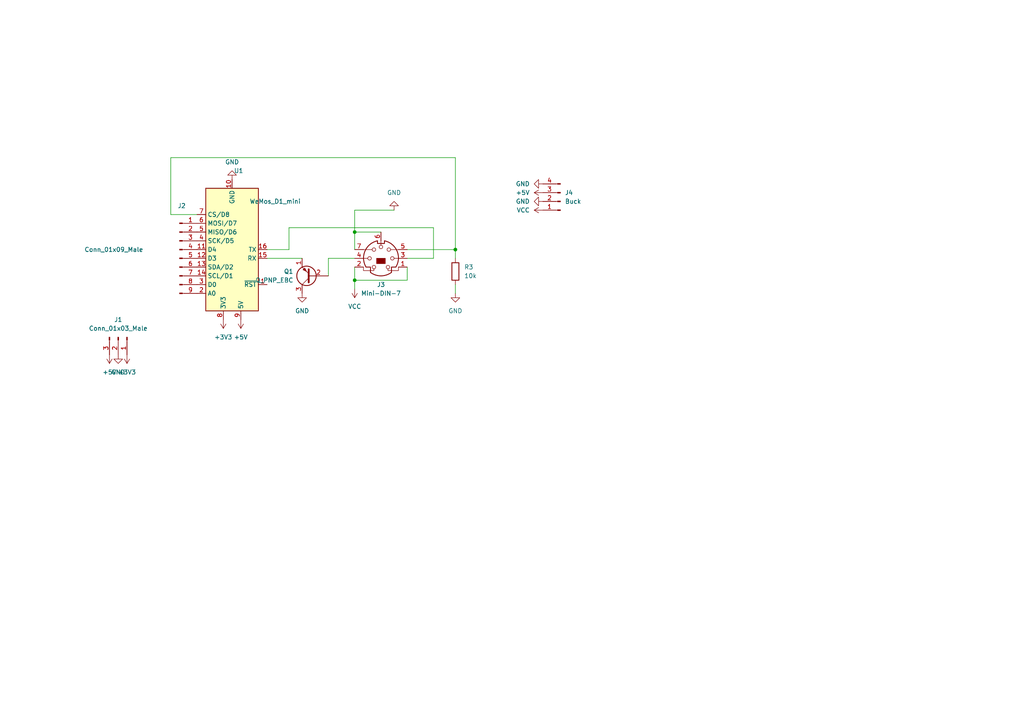
<source format=kicad_sch>
(kicad_sch (version 20211123) (generator eeschema)
  (paper "A4")
  (lib_symbols
    (symbol "Connector:Conn_01x03_Male" (pin_names (offset 1.016) hide)
      (property "Reference" "J" (at 0 5.08 0))
      (property "Value" "Conn_01x03_Male" (at 0 -5.08 0))
      (symbol "Conn_01x03_Male_1_1"
        (polyline (pts (xy 1.27 -2.54) (xy 0.8636 -2.54)) (stroke (width 0.1524)))
        (polyline (pts (xy 1.27 0) (xy 0.8636 0)) (stroke (width 0.1524)))
        (polyline (pts (xy 1.27 2.54) (xy 0.8636 2.54)) (stroke (width 0.1524)))
        (rectangle (start 0.8636 -2.413) (end 0 -2.667) (stroke (width 0.1524)) (fill (type outline)))
        (rectangle (start 0.8636 0.127) (end 0 -0.127) (stroke (width 0.1524)) (fill (type outline)))
        (rectangle (start 0.8636 2.667) (end 0 2.413) (stroke (width 0.1524)) (fill (type outline)))
        (pin passive line (at 5.08 2.54 180) (length 3.81) (name "Pin_1") (number "1"))
        (pin passive line (at 5.08 0 180) (length 3.81) (name "Pin_2") (number "2"))
        (pin passive line (at 5.08 -2.54 180) (length 3.81) (name "Pin_3") (number "3"))
      )
    )
    (symbol "Connector:Conn_01x04_Male" (pin_names (offset 1.016) hide)
      (property "Reference" "J" (at 0 5.08 0))
      (property "Value" "Conn_01x04_Male" (at 0 -7.62 0))
      (symbol "Conn_01x04_Male_1_1"
        (polyline (pts (xy 1.27 -5.08) (xy 0.8636 -5.08)) (stroke (width 0.1524)))
        (polyline (pts (xy 1.27 -2.54) (xy 0.8636 -2.54)) (stroke (width 0.1524)))
        (polyline (pts (xy 1.27 0) (xy 0.8636 0)) (stroke (width 0.1524)))
        (polyline (pts (xy 1.27 2.54) (xy 0.8636 2.54)) (stroke (width 0.1524)))
        (rectangle (start 0.8636 -4.953) (end 0 -5.207) (stroke (width 0.1524)) (fill (type outline)))
        (rectangle (start 0.8636 -2.413) (end 0 -2.667) (stroke (width 0.1524)) (fill (type outline)))
        (rectangle (start 0.8636 0.127) (end 0 -0.127) (stroke (width 0.1524)) (fill (type outline)))
        (rectangle (start 0.8636 2.667) (end 0 2.413) (stroke (width 0.1524)) (fill (type outline)))
        (pin passive line (at 5.08 2.54 180) (length 3.81) (name "Pin_1") (number "1"))
        (pin passive line (at 5.08 0 180) (length 3.81) (name "Pin_2") (number "2"))
        (pin passive line (at 5.08 -2.54 180) (length 3.81) (name "Pin_3") (number "3"))
        (pin passive line (at 5.08 -5.08 180) (length 3.81) (name "Pin_4") (number "4"))
      )
    )
    (symbol "Connector:Conn_01x09_Male" (pin_names (offset 1.016) hide)
      (property "Reference" "J" (at 0 12.7 0))
      (property "Value" "Conn_01x09_Male" (at 0 -12.7 0))
      (symbol "Conn_01x09_Male_1_1"
        (polyline (pts (xy 1.27 -10.16) (xy 0.8636 -10.16)) (stroke (width 0.1524)))
        (polyline (pts (xy 1.27 -7.62) (xy 0.8636 -7.62)) (stroke (width 0.1524)))
        (polyline (pts (xy 1.27 -5.08) (xy 0.8636 -5.08)) (stroke (width 0.1524)))
        (polyline (pts (xy 1.27 -2.54) (xy 0.8636 -2.54)) (stroke (width 0.1524)))
        (polyline (pts (xy 1.27 0) (xy 0.8636 0)) (stroke (width 0.1524)))
        (polyline (pts (xy 1.27 2.54) (xy 0.8636 2.54)) (stroke (width 0.1524)))
        (polyline (pts (xy 1.27 5.08) (xy 0.8636 5.08)) (stroke (width 0.1524)))
        (polyline (pts (xy 1.27 7.62) (xy 0.8636 7.62)) (stroke (width 0.1524)))
        (polyline (pts (xy 1.27 10.16) (xy 0.8636 10.16)) (stroke (width 0.1524)))
        (rectangle (start 0.8636 -10.033) (end 0 -10.287) (stroke (width 0.1524)) (fill (type outline)))
        (rectangle (start 0.8636 -7.493) (end 0 -7.747) (stroke (width 0.1524)) (fill (type outline)))
        (rectangle (start 0.8636 -4.953) (end 0 -5.207) (stroke (width 0.1524)) (fill (type outline)))
        (rectangle (start 0.8636 -2.413) (end 0 -2.667) (stroke (width 0.1524)) (fill (type outline)))
        (rectangle (start 0.8636 0.127) (end 0 -0.127) (stroke (width 0.1524)) (fill (type outline)))
        (rectangle (start 0.8636 2.667) (end 0 2.413) (stroke (width 0.1524)) (fill (type outline)))
        (rectangle (start 0.8636 5.207) (end 0 4.953) (stroke (width 0.1524)) (fill (type outline)))
        (rectangle (start 0.8636 7.747) (end 0 7.493) (stroke (width 0.1524)) (fill (type outline)))
        (rectangle (start 0.8636 10.287) (end 0 10.033) (stroke (width 0.1524)) (fill (type outline)))
        (pin passive line (at 5.08 10.16 180) (length 3.81) (name "Pin_1") (number "1"))
        (pin passive line (at 5.08 7.62 180) (length 3.81) (name "Pin_2") (number "2"))
        (pin passive line (at 5.08 5.08 180) (length 3.81) (name "Pin_3") (number "3"))
        (pin passive line (at 5.08 2.54 180) (length 3.81) (name "Pin_4") (number "4"))
        (pin passive line (at 5.08 0 180) (length 3.81) (name "Pin_5") (number "5"))
        (pin passive line (at 5.08 -2.54 180) (length 3.81) (name "Pin_6") (number "6"))
        (pin passive line (at 5.08 -5.08 180) (length 3.81) (name "Pin_7") (number "7"))
        (pin passive line (at 5.08 -7.62 180) (length 3.81) (name "Pin_8") (number "8"))
        (pin passive line (at 5.08 -10.16 180) (length 3.81) (name "Pin_9") (number "9"))
      )
    )
    (symbol "Connector:Mini-DIN-7" (pin_names (offset 1.016))
      (property "Reference" "J" (at 5.08 5.08 0))
      (property "Value" "Mini-DIN-7" (at 0 -6.35 0))
      (symbol "Mini-DIN-7_0_1"
        (circle (center -3.302 0) (radius 0.508))
        (arc (start -3.048 -4.064) (mid 0 -5.08) (end 3.048 -4.064) (stroke (width 0.254)))
        (circle (center -2.032 -2.54) (radius 0.508))
        (circle (center -2.032 2.54) (radius 0.508))
        (arc (start -1.016 5.08) (mid -4.6243 2.1182) (end -4.318 -2.54) (stroke (width 0.254)))
        (polyline (pts (xy -3.81 0) (xy -5.08 0)))
        (polyline (pts (xy -2.54 2.54) (xy -5.08 2.54)))
        (polyline (pts (xy 0 3.81) (xy 0 5.08)))
        (polyline (pts (xy 2.794 2.54) (xy 5.08 2.54)))
        (polyline (pts (xy 5.08 0) (xy 3.81 0)))
        (polyline (pts (xy -4.318 -2.54) (xy -3.048 -2.54) (xy -3.048 -4.064)) (stroke (width 0.254)))
        (polyline (pts (xy 4.318 -2.54) (xy 3.048 -2.54) (xy 3.048 -4.064)) (stroke (width 0.254)))
        (polyline (pts (xy -2.032 -3.048) (xy -2.032 -3.556) (xy -5.08 -3.556) (xy -5.08 -2.54)))
        (polyline (pts (xy -1.016 5.08) (xy -1.016 4.318) (xy 1.016 4.318) (xy 1.016 5.08)) (stroke (width 0.254)))
        (polyline (pts (xy 2.032 -3.048) (xy 2.032 -3.556) (xy 5.08 -3.556) (xy 5.08 -2.54)))
        (circle (center 0 3.302) (radius 0.508))
        (circle (center 2.032 -2.54) (radius 0.508))
        (circle (center 2.286 2.54) (radius 0.508))
        (circle (center 3.302 0) (radius 0.508))
        (arc (start 4.318 -2.54) (mid 4.6646 2.1357) (end 1.016 5.08) (stroke (width 0.254)))
      )
      (symbol "Mini-DIN-7_1_1"
        (rectangle (start -1.27 -1.524) (end 1.27 0) (fill (type outline)))
        (pin passive line (at 7.62 -2.54 180) (length 2.54) (name "~") (number "1"))
        (pin passive line (at -7.62 -2.54 0) (length 2.54) (name "~") (number "2"))
        (pin passive line (at 7.62 0 180) (length 2.54) (name "~") (number "3"))
        (pin passive line (at -7.62 0 0) (length 2.54) (name "~") (number "4"))
        (pin passive line (at 7.62 2.54 180) (length 2.54) (name "~") (number "5"))
        (pin passive line (at 0 7.62 270) (length 2.54) (name "~") (number "6"))
        (pin passive line (at -7.62 2.54 0) (length 2.54) (name "~") (number "7"))
      )
    )
    (symbol "Device:Q_PNP_EBC" (pin_names (offset 0) hide)
      (property "Reference" "Q" (at 5.08 1.27 0))
      (property "Value" "Q_PNP_EBC" (at 5.08 -1.27 0))
      (symbol "Q_PNP_EBC_0_1"
        (polyline (pts (xy 0.635 0.635) (xy 2.54 2.54)))
        (polyline (pts (xy 0.635 -0.635) (xy 2.54 -2.54) (xy 2.54 -2.54)))
        (polyline (pts (xy 0.635 1.905) (xy 0.635 -1.905) (xy 0.635 -1.905)) (stroke (width 0.508)))
        (polyline (pts (xy 2.286 -1.778) (xy 1.778 -2.286) (xy 1.27 -1.27) (xy 2.286 -1.778) (xy 2.286 -1.778)) (fill (type outline)))
        (circle (center 1.27 0) (radius 2.8194) (stroke (width 0.254)))
      )
      (symbol "Q_PNP_EBC_1_1"
        (pin passive line (at 2.54 -5.08 90) (length 2.54) (name "E") (number "1"))
        (pin input line (at -5.08 0 0) (length 5.715) (name "B") (number "2"))
        (pin passive line (at 2.54 5.08 270) (length 2.54) (name "C") (number "3"))
      )
    )
    (symbol "Device:R" (pin_numbers hide) (pin_names (offset 0))
      (property "Reference" "R" (at 2.032 0 90))
      (property "Value" "R" (at 0 0 90))
      (symbol "R_0_1"
        (rectangle (start -1.016 -2.54) (end 1.016 2.54) (stroke (width 0.254)))
      )
      (symbol "R_1_1"
        (pin passive line (at 0 3.81 270) (length 1.27) (name "~") (number "1"))
        (pin passive line (at 0 -3.81 90) (length 1.27) (name "~") (number "2"))
      )
    )
    (symbol "MCU_Module:WeMos_D1_mini"
      (property "Reference" "U" (at 3.81 19.05 0))
      (property "Value" "WeMos_D1_mini" (at 1.27 -19.05 0))
      (symbol "WeMos_D1_mini_1_1"
        (rectangle (start -7.62 17.78) (end 7.62 -17.78) (stroke (width 0.254)) (fill (type background)))
        (pin input line (at -10.16 10.16 0) (length 2.54) (name "~{RST}") (number "1"))
        (pin power_in line (at 0 -20.32 90) (length 2.54) (name "GND") (number "10"))
        (pin bidirectional line (at 10.16 0 180) (length 2.54) (name "D4") (number "11"))
        (pin bidirectional line (at 10.16 2.54 180) (length 2.54) (name "D3") (number "12"))
        (pin bidirectional line (at 10.16 5.08 180) (length 2.54) (name "SDA/D2") (number "13"))
        (pin bidirectional line (at 10.16 7.62 180) (length 2.54) (name "SCL/D1") (number "14"))
        (pin input line (at -10.16 2.54 0) (length 2.54) (name "RX") (number "15"))
        (pin output line (at -10.16 0 0) (length 2.54) (name "TX") (number "16"))
        (pin input line (at 10.16 12.7 180) (length 2.54) (name "A0") (number "2"))
        (pin bidirectional line (at 10.16 10.16 180) (length 2.54) (name "D0") (number "3"))
        (pin bidirectional line (at 10.16 -2.54 180) (length 2.54) (name "SCK/D5") (number "4"))
        (pin bidirectional line (at 10.16 -5.08 180) (length 2.54) (name "MISO/D6") (number "5"))
        (pin bidirectional line (at 10.16 -7.62 180) (length 2.54) (name "MOSI/D7") (number "6"))
        (pin bidirectional line (at 10.16 -10.16 180) (length 2.54) (name "CS/D8") (number "7"))
        (pin power_out line (at 2.54 20.32 270) (length 2.54) (name "3V3") (number "8"))
        (pin power_in line (at -2.54 20.32 270) (length 2.54) (name "5V") (number "9"))
      )
    )
    (symbol "power:+3.3V" (power) (pin_names (offset 0))
      (property "Value" "+3.3V" (at 0 3.556 0))
      (symbol "+3.3V_0_1"
        (polyline (pts (xy -0.762 1.27) (xy 0 2.54)))
        (polyline (pts (xy 0 0) (xy 0 2.54)))
        (polyline (pts (xy 0 2.54) (xy 0.762 1.27)))
      )
      (symbol "+3.3V_1_1"
        (pin power_in line (at 0 0 90) (length 0) hide (name "+3V3") (number "1"))
      )
    )
    (symbol "power:+5V" (power) (pin_names (offset 0))
      (property "Value" "+5V" (at 0 3.556 0))
      (symbol "+5V_0_1"
        (polyline (pts (xy -0.762 1.27) (xy 0 2.54)))
        (polyline (pts (xy 0 0) (xy 0 2.54)))
        (polyline (pts (xy 0 2.54) (xy 0.762 1.27)))
      )
      (symbol "+5V_1_1"
        (pin power_in line (at 0 0 90) (length 0) hide (name "+5V") (number "1"))
      )
    )
    (symbol "power:GND" (power) (pin_names (offset 0))
      (property "Value" "GND" (at 0 -3.81 0))
      (symbol "GND_0_1"
        (polyline (pts (xy 0 0) (xy 0 -1.27) (xy 1.27 -1.27) (xy 0 -2.54) (xy -1.27 -1.27) (xy 0 -1.27)))
      )
      (symbol "GND_1_1"
        (pin power_in line (at 0 0 270) (length 0) hide (name "GND") (number "1"))
      )
    )
    (symbol "power:VCC" (power) (pin_names (offset 0))
      (property "Value" "VCC" (at 0 3.81 0))
      (symbol "VCC_0_1"
        (polyline (pts (xy -0.762 1.27) (xy 0 2.54)))
        (polyline (pts (xy 0 0) (xy 0 2.54)))
        (polyline (pts (xy 0 2.54) (xy 0.762 1.27)))
      )
      (symbol "VCC_1_1"
        (pin power_in line (at 0 0 90) (length 0) hide (name "VCC") (number "1"))
      )
    )
  )
  (junction (at 102.87 81.28))
  (junction (at 132.08 72.39))
  (junction (at 102.87 67.31))
  (wire (pts (xy 77.47 72.39) (xy 83.82 72.39)))
  (wire (pts (xy 57.15 62.23) (xy 49.53 62.23)))
  (wire (pts (xy 49.53 45.72) (xy 132.08 45.72)))
  (wire (pts (xy 102.87 67.31) (xy 102.87 60.96)))
  (wire (pts (xy 95.25 74.93) (xy 102.87 74.93)))
  (wire (pts (xy 83.82 72.39) (xy 83.82 66.04)))
  (wire (pts (xy 102.87 81.28) (xy 102.87 83.82)))
  (wire (pts (xy 125.73 74.93) (xy 118.11 74.93)))
  (wire (pts (xy 102.87 60.96) (xy 114.3 60.96)))
  (wire (pts (xy 132.08 45.72) (xy 132.08 72.39)))
  (wire (pts (xy 102.87 67.31) (xy 110.49 67.31)))
  (wire (pts (xy 132.08 72.39) (xy 132.08 74.93)))
  (wire (pts (xy 83.82 66.04) (xy 125.73 66.04)))
  (wire (pts (xy 125.73 66.04) (xy 125.73 74.93)))
  (wire (pts (xy 102.87 72.39) (xy 102.87 67.31)))
  (wire (pts (xy 118.11 77.47) (xy 118.11 81.28)))
  (wire (pts (xy 132.08 82.55) (xy 132.08 85.09)))
  (wire (pts (xy 102.87 77.47) (xy 102.87 81.28)))
  (wire (pts (xy 132.08 72.39) (xy 118.11 72.39)))
  (wire (pts (xy 95.25 74.93) (xy 95.25 80.01)))
  (wire (pts (xy 118.11 81.28) (xy 102.87 81.28)))
  (wire (pts (xy 77.47 74.93) (xy 87.63 74.93)))
  (wire (pts (xy 49.53 62.23) (xy 49.53 45.72)))
  (symbol (lib_id "MCU_Module:WeMos_D1_mini") (at 67.31 72.39 180) (unit 1)
    (property "Reference" "U1" (at 67.8306 49.53 0) (effects (justify right)))
    (property "Value" "WeMos_D1_mini" (at 72.39 58.42 0) (effects (justify right)))
    (property "Footprint" "Module:WEMOS_D1_mini_light" (effects hide))
    (property "Datasheet" "https://wiki.wemos.cc/products:d1:d1_mini#documentation" (effects hide))
  )
  (symbol (lib_id "Connector:Mini-DIN-7") (at 110.49 74.93 0) (unit 1)
    (property "Reference" "J3" (at 110.5077 82.55 0))
    (property "Value" "Mini-DIN-7" (at 110.5077 85.09 0))
    (property "Footprint" "CursedDin:Mini 7" (effects hide))
    (property "Datasheet" "http://service.powerdynamics.com/ec/Catalog17/Section%2011.pdf" (effects hide))
  )
  (symbol (lib_id "power:GND") (at 132.08 85.09 0) (unit 1)
    (property "Reference" "#PWR09" (effects hide))
    (property "Value" "GND" (at 132.08 90.17 0))
  )
  (symbol (lib_id "power:GND") (at 114.3 60.96 180) (unit 1)
    (property "Reference" "#PWR08" (effects hide))
    (property "Value" "GND" (at 114.3 55.88 0))
  )
  (symbol (lib_id "power:GND") (at 34.29 102.87 0) (unit 1)
    (property "Reference" "#PWR02" (effects hide))
    (property "Value" "GND" (at 34.29 107.95 0))
  )
  (symbol (lib_id "power:GND") (at 157.48 53.34 270) (unit 1)
    (property "Reference" "#PWR010" (effects hide))
    (property "Value" "GND" (at 153.67 53.3399 90) (effects (justify right)))
  )
  (symbol (lib_id "power:VCC") (at 102.87 83.82 180) (unit 1)
    (property "Reference" "#PWR07" (effects hide))
    (property "Value" "VCC" (at 102.87 88.9 0))
  )
  (symbol (lib_id "power:VCC") (at 157.48 60.96 90) (unit 1)
    (property "Reference" "#PWR013" (effects hide))
    (property "Value" "VCC" (at 153.67 60.96 90) (effects (justify left)))
  )
  (symbol (lib_id "power:+3.3V") (at 64.77 92.71 180) (unit 1)
    (property "Reference" "#PWR04" (effects hide))
    (property "Value" "+3.3V" (at 64.77 97.79 0))
  )
  (symbol (lib_id "power:GND") (at 67.31 52.07 180) (unit 1)
    (property "Reference" "#PWR014" (effects hide))
    (property "Value" "GND" (at 67.31 46.99 0))
  )
  (symbol (lib_id "Device:Q_PNP_EBC") (at 90.17 80.01 180) (unit 1)
    (property "Reference" "Q1" (at 85.09 78.7399 0) (effects (justify left)))
    (property "Value" "Q_PNP_EBC" (at 85.09 81.2799 0) (effects (justify left)))
    (property "Footprint" "Package_TO_SOT_THT:TO-92L_Inline" (effects hide))
  )
  (symbol (lib_id "Device:R") (at 132.08 78.74 0) (unit 1)
    (property "Reference" "R3" (at 134.62 77.4699 0) (effects (justify left)))
    (property "Value" "10k" (at 134.62 80.0099 0) (effects (justify left)))
    (property "Footprint" "Resistor_THT:R_Axial_DIN0207_L6.3mm_D2.5mm_P10.16mm_Horizontal" (effects hide))
  )
  (symbol (lib_id "power:+5V") (at 157.48 55.88 90) (unit 1)
    (property "Reference" "#PWR011" (effects hide))
    (property "Value" "+5V" (at 153.67 55.8799 90) (effects (justify left)))
  )
  (symbol (lib_id "Connector:Conn_01x03_Male") (at 34.29 97.79 270) (unit 1)
    (property "Reference" "J1" (at 34.29 92.71 90))
    (property "Value" "Conn_01x03_Male" (at 34.29 95.25 90))
    (property "Footprint" "Connector_PinHeader_2.54mm:PinHeader_1x03_P2.54mm_Vertical" (effects hide))
  )
  (symbol (lib_id "power:+5V") (at 69.85 92.71 180) (unit 1)
    (property "Reference" "#PWR05" (effects hide))
    (property "Value" "+5V" (at 69.85 97.79 0))
  )
  (symbol (lib_id "power:GND") (at 157.48 58.42 270) (unit 1)
    (property "Reference" "#PWR012" (effects hide))
    (property "Value" "GND" (at 153.67 58.4199 90) (effects (justify right)))
  )
  (symbol (lib_id "Connector:Conn_01x09_Male") (at 52.07 74.93 0) (unit 1)
    (property "Reference" "J2" (at 52.705 59.69 0))
    (property "Value" "Conn_01x09_Male" (at 33.02 72.39 0))
    (property "Footprint" "Connector_PinHeader_2.54mm:PinHeader_1x09_P2.54mm_Vertical" (effects hide))
  )
  (symbol (lib_id "power:+5V") (at 31.75 102.87 180) (unit 1)
    (property "Reference" "#PWR01" (effects hide))
    (property "Value" "+5V" (at 31.75 107.95 0))
  )
  (symbol (lib_id "Connector:Conn_01x04_Male") (at 162.56 58.42 180) (unit 1)
    (property "Reference" "J4" (at 163.83 55.8799 0) (effects (justify right)))
    (property "Value" "Buck" (at 163.83 58.4199 0) (effects (justify right)))
    (property "Footprint" "CursedDin:Buck" (effects hide))
  )
  (symbol (lib_id "power:GND") (at 87.63 85.09 0) (unit 1)
    (property "Reference" "#PWR06" (effects hide))
    (property "Value" "GND" (at 87.63 90.17 0))
  )
  (symbol (lib_id "power:+3.3V") (at 36.83 102.87 180) (unit 1)
    (property "Reference" "#PWR03" (effects hide))
    (property "Value" "+3.3V" (at 36.83 107.95 0))
  )
)
</source>
